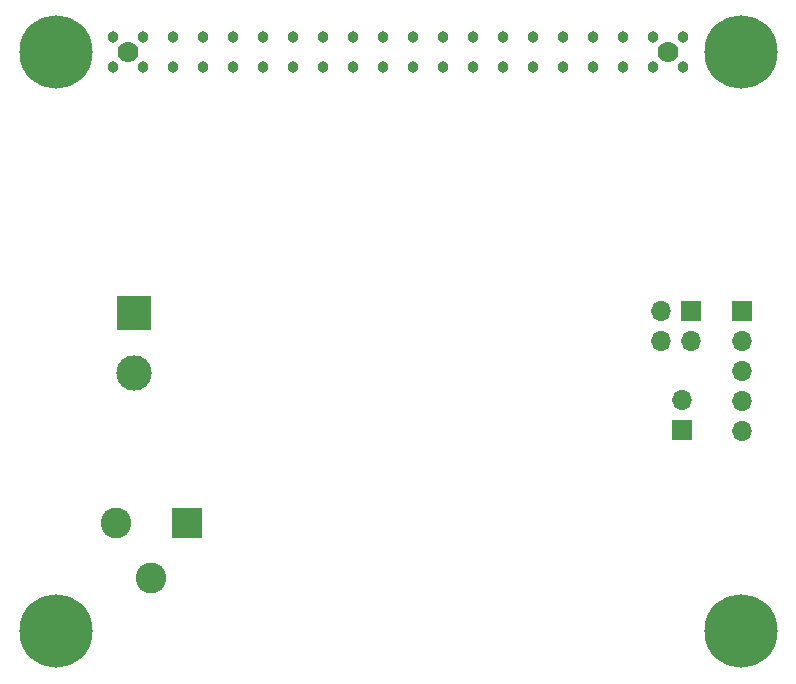
<source format=gbr>
G04 #@! TF.GenerationSoftware,KiCad,Pcbnew,(5.1.5)-2*
G04 #@! TF.CreationDate,2020-04-29T21:28:48+02:00*
G04 #@! TF.ProjectId,UPS-2,5550532d-322e-46b6-9963-61645f706362,rev?*
G04 #@! TF.SameCoordinates,Original*
G04 #@! TF.FileFunction,Soldermask,Bot*
G04 #@! TF.FilePolarity,Negative*
%FSLAX46Y46*%
G04 Gerber Fmt 4.6, Leading zero omitted, Abs format (unit mm)*
G04 Created by KiCad (PCBNEW (5.1.5)-2) date 2020-04-29 21:28:48*
%MOMM*%
%LPD*%
G04 APERTURE LIST*
%ADD10C,3.000000*%
%ADD11R,3.000000X3.000000*%
%ADD12O,1.700000X1.700000*%
%ADD13R,1.700000X1.700000*%
%ADD14C,0.965200*%
%ADD15C,1.778000*%
%ADD16C,6.200000*%
%ADD17C,2.600000*%
%ADD18R,2.600000X2.600000*%
G04 APERTURE END LIST*
D10*
X100965000Y-90805000D03*
D11*
X100965000Y-85725000D03*
D12*
X145542000Y-88138000D03*
X145542000Y-85598000D03*
X148082000Y-88138000D03*
D13*
X148082000Y-85598000D03*
D12*
X152400000Y-95758000D03*
X152400000Y-93218000D03*
X152400000Y-90678000D03*
X152400000Y-88138000D03*
D13*
X152400000Y-85598000D03*
D14*
X127127000Y-64973200D03*
X124587000Y-64973200D03*
X129667000Y-64973200D03*
X132207000Y-64973200D03*
X142367000Y-64973200D03*
X139827000Y-64973200D03*
X134747000Y-64973200D03*
X137287000Y-64973200D03*
X144907000Y-64973200D03*
X147447000Y-64973200D03*
X122047000Y-64973200D03*
X119507000Y-64973200D03*
X111887000Y-64973200D03*
X109347000Y-64973200D03*
X114427000Y-64973200D03*
X116967000Y-64973200D03*
X106807000Y-64973200D03*
X104267000Y-64973200D03*
X99187000Y-64973200D03*
X101727000Y-64973200D03*
X101727000Y-62433200D03*
X99187000Y-62433200D03*
X104267000Y-62433200D03*
X106807000Y-62433200D03*
X116967000Y-62433200D03*
X114427000Y-62433200D03*
X109347000Y-62433200D03*
X111887000Y-62433200D03*
X119507000Y-62433200D03*
X122047000Y-62433200D03*
X147447000Y-62433200D03*
X144907000Y-62433200D03*
X137287000Y-62433200D03*
X134747000Y-62433200D03*
X139827000Y-62433200D03*
X142367000Y-62433200D03*
X132207000Y-62433200D03*
X129667000Y-62433200D03*
X124587000Y-62433200D03*
X127127000Y-62433200D03*
D15*
X100457000Y-63703200D03*
X146177000Y-63703200D03*
D12*
X147320000Y-93091000D03*
D13*
X147320000Y-95631000D03*
D16*
X94305000Y-63690000D03*
D17*
X102410000Y-108205000D03*
X99410000Y-103505000D03*
D18*
X105410000Y-103505000D03*
D16*
X94305000Y-112690000D03*
X152305000Y-112690000D03*
X152305000Y-63690000D03*
M02*

</source>
